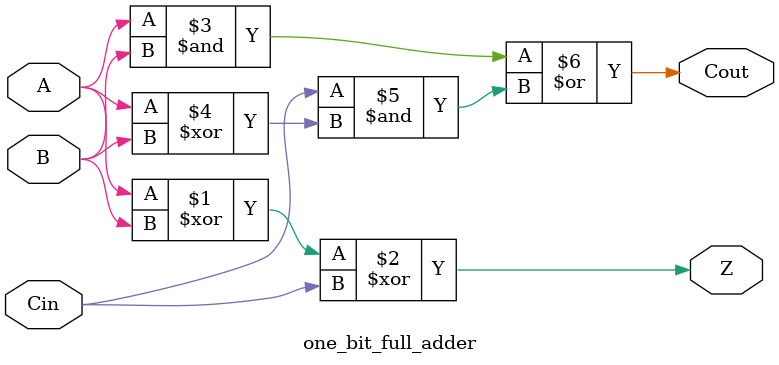
<source format=v>
`timescale 1ns / 1ps
`default_nettype none //helps catch typo-related bugs
module one_bit_full_adder(A, B, Cin, Cout, Z);
	
	//port definitions - customize for different bit widths
	input wire A, B, Cin; //two 1 bit inputs and Carry in
	output wire Z, Cout; // one 1 bit carry out
	
	assign Z =  (A ^ B) ^ Cin;// add
	assign Cout = (A & B) | (Cin &(A ^ B)); //carry out

endmodule
`default_nettype wire //some Xilinx IP requires that the default_nettype be set to wire

</source>
